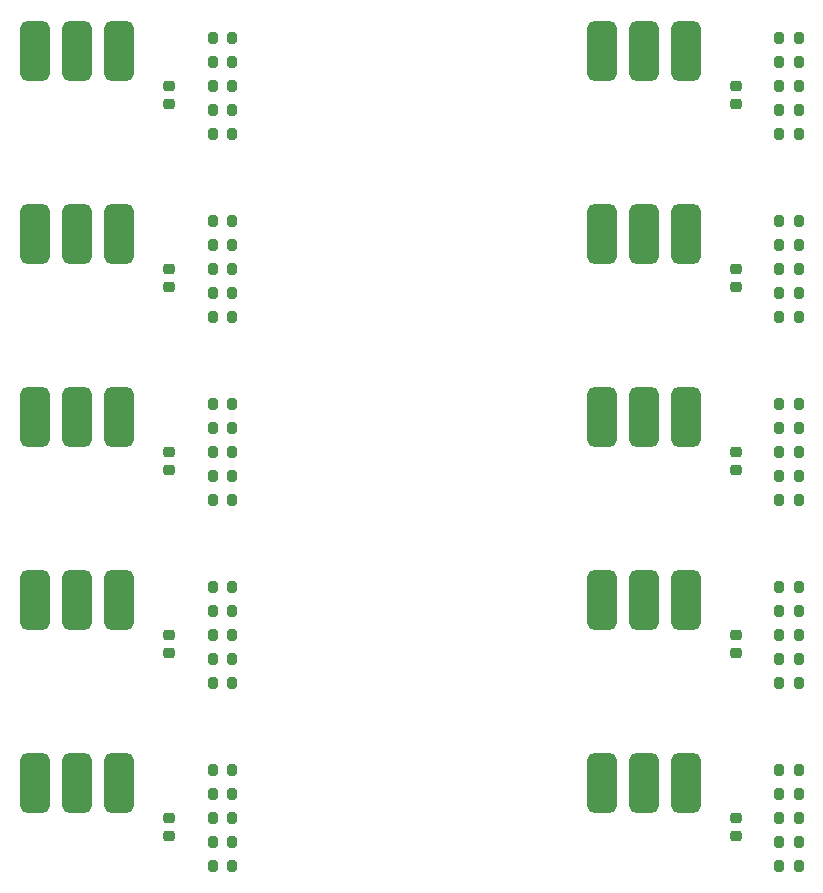
<source format=gtp>
G04 #@! TF.GenerationSoftware,KiCad,Pcbnew,(6.0.4)*
G04 #@! TF.CreationDate,2022-04-21T21:07:09+02:00*
G04 #@! TF.ProjectId,atari-junior-av-mod,61746172-692d-46a7-956e-696f722d6176,rev?*
G04 #@! TF.SameCoordinates,PX5edde38PY83caa5c*
G04 #@! TF.FileFunction,Paste,Top*
G04 #@! TF.FilePolarity,Positive*
%FSLAX46Y46*%
G04 Gerber Fmt 4.6, Leading zero omitted, Abs format (unit mm)*
G04 Created by KiCad (PCBNEW (6.0.4)) date 2022-04-21 21:07:09*
%MOMM*%
%LPD*%
G01*
G04 APERTURE LIST*
G04 Aperture macros list*
%AMRoundRect*
0 Rectangle with rounded corners*
0 $1 Rounding radius*
0 $2 $3 $4 $5 $6 $7 $8 $9 X,Y pos of 4 corners*
0 Add a 4 corners polygon primitive as box body*
4,1,4,$2,$3,$4,$5,$6,$7,$8,$9,$2,$3,0*
0 Add four circle primitives for the rounded corners*
1,1,$1+$1,$2,$3*
1,1,$1+$1,$4,$5*
1,1,$1+$1,$6,$7*
1,1,$1+$1,$8,$9*
0 Add four rect primitives between the rounded corners*
20,1,$1+$1,$2,$3,$4,$5,0*
20,1,$1+$1,$4,$5,$6,$7,0*
20,1,$1+$1,$6,$7,$8,$9,0*
20,1,$1+$1,$8,$9,$2,$3,0*%
G04 Aperture macros list end*
%ADD10RoundRect,0.635000X-0.635000X-1.905000X0.635000X-1.905000X0.635000X1.905000X-0.635000X1.905000X0*%
%ADD11RoundRect,0.200000X0.200000X0.275000X-0.200000X0.275000X-0.200000X-0.275000X0.200000X-0.275000X0*%
%ADD12RoundRect,0.225000X-0.250000X0.225000X-0.250000X-0.225000X0.250000X-0.225000X0.250000X0.225000X0*%
G04 APERTURE END LIST*
D10*
G04 #@! TO.C,Pad2*
X6756000Y78450000D03*
G04 #@! TD*
D11*
G04 #@! TO.C,R2*
X19912000Y13486000D03*
X18262000Y13486000D03*
G04 #@! TD*
G04 #@! TO.C,R2*
X67912000Y28986000D03*
X66262000Y28986000D03*
G04 #@! TD*
G04 #@! TO.C,R4*
X67912000Y62018000D03*
X66262000Y62018000D03*
G04 #@! TD*
D10*
G04 #@! TO.C,Pad2*
X54756000Y47450000D03*
G04 #@! TD*
D11*
G04 #@! TO.C,R3*
X19912000Y57954000D03*
X18262000Y57954000D03*
G04 #@! TD*
G04 #@! TO.C,R2*
X67912000Y44486000D03*
X66262000Y44486000D03*
G04 #@! TD*
G04 #@! TO.C,R1*
X67912000Y17550000D03*
X66262000Y17550000D03*
G04 #@! TD*
G04 #@! TO.C,R5*
X67912000Y71422000D03*
X66262000Y71422000D03*
G04 #@! TD*
G04 #@! TO.C,R2*
X67912000Y59986000D03*
X66262000Y59986000D03*
G04 #@! TD*
D10*
G04 #@! TO.C,Pad3*
X58312000Y62950000D03*
G04 #@! TD*
D11*
G04 #@! TO.C,R2*
X19912000Y44486000D03*
X18262000Y44486000D03*
G04 #@! TD*
G04 #@! TO.C,R5*
X19912000Y40422000D03*
X18262000Y40422000D03*
G04 #@! TD*
G04 #@! TO.C,R1*
X19912000Y33050000D03*
X18262000Y33050000D03*
G04 #@! TD*
G04 #@! TO.C,R5*
X67912000Y24922000D03*
X66262000Y24922000D03*
G04 #@! TD*
D10*
G04 #@! TO.C,Pad2*
X6756000Y62950000D03*
G04 #@! TD*
D11*
G04 #@! TO.C,R4*
X19912000Y31018000D03*
X18262000Y31018000D03*
G04 #@! TD*
G04 #@! TO.C,R4*
X67912000Y77518000D03*
X66262000Y77518000D03*
G04 #@! TD*
G04 #@! TO.C,R5*
X67912000Y40422000D03*
X66262000Y40422000D03*
G04 #@! TD*
G04 #@! TO.C,R1*
X19912000Y79550000D03*
X18262000Y79550000D03*
G04 #@! TD*
G04 #@! TO.C,R1*
X67912000Y79550000D03*
X66262000Y79550000D03*
G04 #@! TD*
G04 #@! TO.C,R3*
X67912000Y57954000D03*
X66262000Y57954000D03*
G04 #@! TD*
D10*
G04 #@! TO.C,Pad1*
X51200000Y31950000D03*
G04 #@! TD*
D11*
G04 #@! TO.C,R3*
X67912000Y73454000D03*
X66262000Y73454000D03*
G04 #@! TD*
G04 #@! TO.C,R5*
X19912000Y24922000D03*
X18262000Y24922000D03*
G04 #@! TD*
G04 #@! TO.C,R2*
X19912000Y75486000D03*
X18262000Y75486000D03*
G04 #@! TD*
D12*
G04 #@! TO.C,C1*
X14545000Y28999000D03*
X14545000Y27449000D03*
G04 #@! TD*
D10*
G04 #@! TO.C,Pad2*
X54756000Y78450000D03*
G04 #@! TD*
D12*
G04 #@! TO.C,C1*
X62545000Y75499000D03*
X62545000Y73949000D03*
G04 #@! TD*
D11*
G04 #@! TO.C,R3*
X67912000Y42454000D03*
X66262000Y42454000D03*
G04 #@! TD*
D10*
G04 #@! TO.C,Pad3*
X10312000Y78450000D03*
G04 #@! TD*
G04 #@! TO.C,Pad3*
X10312000Y62950000D03*
G04 #@! TD*
D12*
G04 #@! TO.C,C1*
X14545000Y13499000D03*
X14545000Y11949000D03*
G04 #@! TD*
D10*
G04 #@! TO.C,Pad3*
X58312000Y47450000D03*
G04 #@! TD*
D12*
G04 #@! TO.C,C1*
X14545000Y44499000D03*
X14545000Y42949000D03*
G04 #@! TD*
D10*
G04 #@! TO.C,Pad3*
X10312000Y16450000D03*
G04 #@! TD*
D11*
G04 #@! TO.C,R3*
X19912000Y73454000D03*
X18262000Y73454000D03*
G04 #@! TD*
G04 #@! TO.C,R2*
X67912000Y75486000D03*
X66262000Y75486000D03*
G04 #@! TD*
D10*
G04 #@! TO.C,Pad2*
X54756000Y16450000D03*
G04 #@! TD*
D12*
G04 #@! TO.C,C1*
X14545000Y59999000D03*
X14545000Y58449000D03*
G04 #@! TD*
D11*
G04 #@! TO.C,R4*
X67912000Y15518000D03*
X66262000Y15518000D03*
G04 #@! TD*
D10*
G04 #@! TO.C,Pad3*
X10312000Y47450000D03*
G04 #@! TD*
D11*
G04 #@! TO.C,R5*
X67912000Y9422000D03*
X66262000Y9422000D03*
G04 #@! TD*
G04 #@! TO.C,R5*
X19912000Y55922000D03*
X18262000Y55922000D03*
G04 #@! TD*
G04 #@! TO.C,R4*
X19912000Y15518000D03*
X18262000Y15518000D03*
G04 #@! TD*
D10*
G04 #@! TO.C,Pad1*
X51200000Y62950000D03*
G04 #@! TD*
D11*
G04 #@! TO.C,R4*
X19912000Y62018000D03*
X18262000Y62018000D03*
G04 #@! TD*
D12*
G04 #@! TO.C,C1*
X62545000Y59999000D03*
X62545000Y58449000D03*
G04 #@! TD*
D10*
G04 #@! TO.C,Pad3*
X58312000Y16450000D03*
G04 #@! TD*
G04 #@! TO.C,Pad1*
X3200000Y62950000D03*
G04 #@! TD*
G04 #@! TO.C,Pad1*
X51200000Y16450000D03*
G04 #@! TD*
D11*
G04 #@! TO.C,R3*
X67912000Y11454000D03*
X66262000Y11454000D03*
G04 #@! TD*
D10*
G04 #@! TO.C,Pad3*
X10312000Y31950000D03*
G04 #@! TD*
D11*
G04 #@! TO.C,R1*
X19912000Y17550000D03*
X18262000Y17550000D03*
G04 #@! TD*
D10*
G04 #@! TO.C,Pad2*
X6756000Y31950000D03*
G04 #@! TD*
D11*
G04 #@! TO.C,R5*
X19912000Y71422000D03*
X18262000Y71422000D03*
G04 #@! TD*
G04 #@! TO.C,R1*
X19912000Y48550000D03*
X18262000Y48550000D03*
G04 #@! TD*
G04 #@! TO.C,R2*
X19912000Y28986000D03*
X18262000Y28986000D03*
G04 #@! TD*
G04 #@! TO.C,R4*
X67912000Y31018000D03*
X66262000Y31018000D03*
G04 #@! TD*
G04 #@! TO.C,R1*
X67912000Y48550000D03*
X66262000Y48550000D03*
G04 #@! TD*
D10*
G04 #@! TO.C,Pad1*
X51200000Y78450000D03*
G04 #@! TD*
G04 #@! TO.C,Pad1*
X3200000Y31950000D03*
G04 #@! TD*
G04 #@! TO.C,Pad3*
X58312000Y78450000D03*
G04 #@! TD*
G04 #@! TO.C,Pad2*
X6756000Y16450000D03*
G04 #@! TD*
D12*
G04 #@! TO.C,C1*
X14545000Y75499000D03*
X14545000Y73949000D03*
G04 #@! TD*
D11*
G04 #@! TO.C,R1*
X19912000Y64050000D03*
X18262000Y64050000D03*
G04 #@! TD*
D10*
G04 #@! TO.C,Pad2*
X6756000Y47450000D03*
G04 #@! TD*
D11*
G04 #@! TO.C,R3*
X19912000Y42454000D03*
X18262000Y42454000D03*
G04 #@! TD*
D10*
G04 #@! TO.C,Pad3*
X58312000Y31950000D03*
G04 #@! TD*
D11*
G04 #@! TO.C,R2*
X19912000Y59986000D03*
X18262000Y59986000D03*
G04 #@! TD*
G04 #@! TO.C,R4*
X67912000Y46518000D03*
X66262000Y46518000D03*
G04 #@! TD*
D12*
G04 #@! TO.C,C1*
X62545000Y28999000D03*
X62545000Y27449000D03*
G04 #@! TD*
D11*
G04 #@! TO.C,R1*
X67912000Y33050000D03*
X66262000Y33050000D03*
G04 #@! TD*
D12*
G04 #@! TO.C,C1*
X62545000Y13499000D03*
X62545000Y11949000D03*
G04 #@! TD*
D10*
G04 #@! TO.C,Pad1*
X3200000Y78450000D03*
G04 #@! TD*
G04 #@! TO.C,Pad2*
X54756000Y31950000D03*
G04 #@! TD*
D11*
G04 #@! TO.C,R3*
X19912000Y11454000D03*
X18262000Y11454000D03*
G04 #@! TD*
G04 #@! TO.C,R1*
X67912000Y64050000D03*
X66262000Y64050000D03*
G04 #@! TD*
G04 #@! TO.C,R3*
X67912000Y26954000D03*
X66262000Y26954000D03*
G04 #@! TD*
G04 #@! TO.C,R5*
X67912000Y55922000D03*
X66262000Y55922000D03*
G04 #@! TD*
D10*
G04 #@! TO.C,Pad1*
X3200000Y47450000D03*
G04 #@! TD*
D11*
G04 #@! TO.C,R2*
X67912000Y13486000D03*
X66262000Y13486000D03*
G04 #@! TD*
G04 #@! TO.C,R4*
X19912000Y77518000D03*
X18262000Y77518000D03*
G04 #@! TD*
G04 #@! TO.C,R5*
X19912000Y9422000D03*
X18262000Y9422000D03*
G04 #@! TD*
G04 #@! TO.C,R4*
X19912000Y46518000D03*
X18262000Y46518000D03*
G04 #@! TD*
D10*
G04 #@! TO.C,Pad2*
X54756000Y62950000D03*
G04 #@! TD*
D11*
G04 #@! TO.C,R3*
X19912000Y26954000D03*
X18262000Y26954000D03*
G04 #@! TD*
D12*
G04 #@! TO.C,C1*
X62545000Y44499000D03*
X62545000Y42949000D03*
G04 #@! TD*
D10*
G04 #@! TO.C,Pad1*
X51200000Y47450000D03*
G04 #@! TD*
G04 #@! TO.C,Pad1*
X3200000Y16450000D03*
G04 #@! TD*
M02*

</source>
